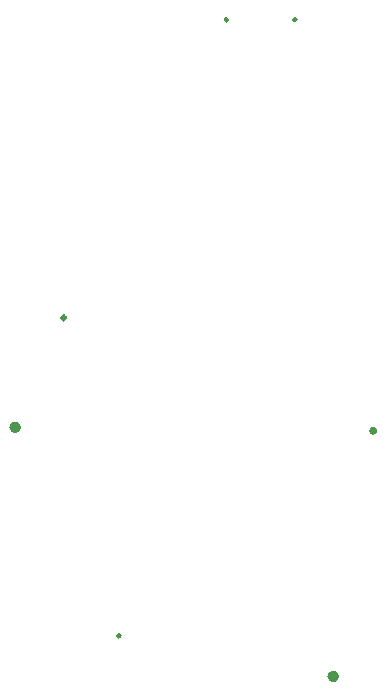
<source format=gbr>
%TF.GenerationSoftware,KiCad,Pcbnew,8.0.4*%
%TF.CreationDate,2024-12-04T20:03:35-06:00*%
%TF.ProjectId,amoguspico,616d6f67-7573-4706-9963-6f2e6b696361,rev?*%
%TF.SameCoordinates,Original*%
%TF.FileFunction,Other,Comment*%
%FSLAX46Y46*%
G04 Gerber Fmt 4.6, Leading zero omitted, Abs format (unit mm)*
G04 Created by KiCad (PCBNEW 8.0.4) date 2024-12-04 20:03:35*
%MOMM*%
%LPD*%
G01*
G04 APERTURE LIST*
%ADD10C,0.500000*%
%ADD11C,0.360000*%
%ADD12C,0.250000*%
%ADD13C,0.300000*%
G04 APERTURE END LIST*
D10*
%TO.C,U8*%
X158480000Y-117030000D02*
G75*
G02*
X157980000Y-117030000I-250000J0D01*
G01*
X157980000Y-117030000D02*
G75*
G02*
X158480000Y-117030000I250000J0D01*
G01*
%TO.C,U9*%
X131550000Y-95940000D02*
G75*
G02*
X131050000Y-95940000I-250000J0D01*
G01*
X131050000Y-95940000D02*
G75*
G02*
X131550000Y-95940000I250000J0D01*
G01*
D11*
%TO.C,U6*%
X161790000Y-96240000D02*
G75*
G02*
X161430000Y-96240000I-180000J0D01*
G01*
X161430000Y-96240000D02*
G75*
G02*
X161790000Y-96240000I180000J0D01*
G01*
D12*
%TO.C,USBC1*%
X149300000Y-61430000D02*
G75*
G02*
X149060000Y-61430000I-120000J0D01*
G01*
X149060000Y-61430000D02*
G75*
G02*
X149300000Y-61430000I120000J0D01*
G01*
X155100000Y-61430000D02*
G75*
G02*
X154860000Y-61430000I-120000J0D01*
G01*
X154860000Y-61430000D02*
G75*
G02*
X155100000Y-61430000I120000J0D01*
G01*
D13*
%TO.C,U1*%
X135550000Y-86670000D02*
G75*
G02*
X135250000Y-86670000I-150000J0D01*
G01*
X135250000Y-86670000D02*
G75*
G02*
X135550000Y-86670000I150000J0D01*
G01*
D12*
%TO.C,U4*%
X140210000Y-113590000D02*
G75*
G02*
X139970000Y-113590000I-120000J0D01*
G01*
X139970000Y-113590000D02*
G75*
G02*
X140210000Y-113590000I120000J0D01*
G01*
%TD*%
M02*

</source>
